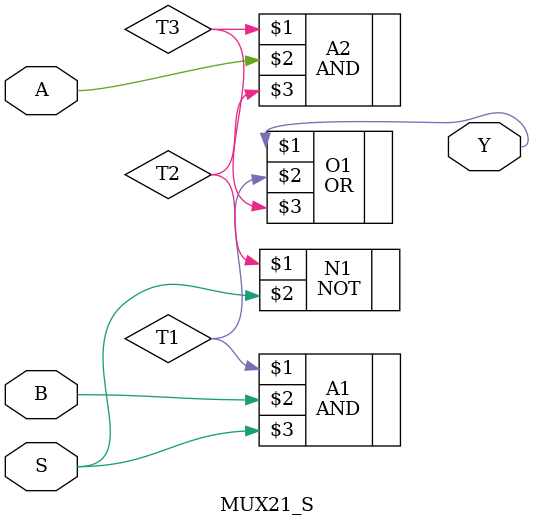
<source format=v>
`timescale 1ns / 1ps
module MUX21_S(
    input A,
    input B,
    input S,
    output Y
    );
wire T1,T2,T3;
AND A1(T1,B,S);
NOT N1(T2,S);
AND A2(T3,A,T2);
OR O1(Y,T1,T3);
endmodule


</source>
